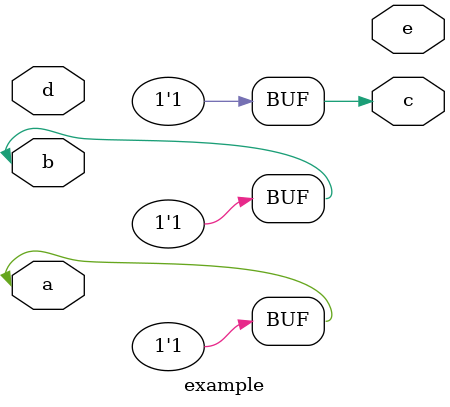
<source format=sv>
module example (
  input  logic a, // 1b 4-state net (not a variable).
  input  logic b, // 1b 4-state net (not a variable).
  output logic c, // 1b 4-state variable (not a net, good).

  input  var logic d, // 1b 4-state variable (not a net, good).
  output var logic e  // 1b 4-state variable (not a net, good).
);
  assign a = 1; // Multi-driven input is valid.
  assign a = 0; // Still valid. No warning required from compiler.

  // New keyword enforces single driver.
  always_comb b = 1; // Not an error *if input is undriven*.
  // always_comb b = 0; // Compiler must emit error.

  // Variable can only have a single driver.
  assign c = 1;
  // assign c = 0; // Compiler must emit error.
endmodule

</source>
